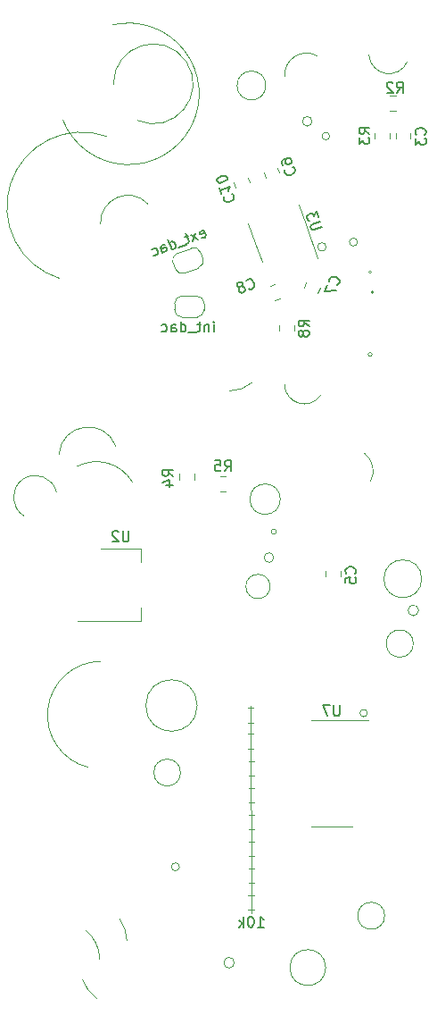
<source format=gbr>
G04 #@! TF.GenerationSoftware,KiCad,Pcbnew,(5.1.2-1)-1*
G04 #@! TF.CreationDate,2023-08-23T14:56:14-04:00*
G04 #@! TF.ProjectId,ESP32_AudioBoard_Rev2,45535033-325f-4417-9564-696f426f6172,rev?*
G04 #@! TF.SameCoordinates,Original*
G04 #@! TF.FileFunction,Legend,Bot*
G04 #@! TF.FilePolarity,Positive*
%FSLAX46Y46*%
G04 Gerber Fmt 4.6, Leading zero omitted, Abs format (unit mm)*
G04 Created by KiCad (PCBNEW (5.1.2-1)-1) date 2023-08-23 14:56:14*
%MOMM*%
%LPD*%
G04 APERTURE LIST*
%ADD10C,0.120000*%
%ADD11C,0.150000*%
G04 APERTURE END LIST*
D10*
X46950000Y-57130000D02*
G75*
G03X46950000Y-57130000I-180000J0D01*
G01*
X47123417Y-51240000D02*
G75*
G03X47123417Y-51240000I-133417J0D01*
G01*
X46877279Y-49310000D02*
G75*
G03X46877279Y-49310000I-127279J0D01*
G01*
X45570789Y-46470000D02*
G75*
G03X45570789Y-46470000I-380789J0D01*
G01*
X30350738Y-90390000D02*
G75*
G03X30350738Y-90390000I-2440738J0D01*
G01*
X37870000Y-73930000D02*
G75*
G03X37870000Y-73930000I-250000J0D01*
G01*
X37622769Y-76370000D02*
G75*
G03X37622769Y-76370000I-452769J0D01*
G01*
X37271086Y-79110000D02*
G75*
G03X37271086Y-79110000I-1151086J0D01*
G01*
X38243468Y-70840000D02*
G75*
G03X38243468Y-70840000I-1443468J0D01*
G01*
X48150000Y-110310000D02*
G75*
G03X48150000Y-110310000I-1280000J0D01*
G01*
X51663544Y-78380000D02*
G75*
G03X51663544Y-78380000I-1793544J0D01*
G01*
X51370000Y-81380000D02*
G75*
G03X51370000Y-81380000I-500000J0D01*
G01*
X50870000Y-84520000D02*
G75*
G03X50870000Y-84520000I-1290000J0D01*
G01*
X42550970Y-115220000D02*
G75*
G03X42550970Y-115220000I-1700970J0D01*
G01*
X33880000Y-114760000D02*
G75*
G03X33880000Y-114760000I-500000J0D01*
G01*
X28668550Y-105670000D02*
G75*
G03X28668550Y-105670000I-378550J0D01*
G01*
X28768109Y-96740000D02*
G75*
G03X28768109Y-96740000I-1268109J0D01*
G01*
X42918050Y-36440000D02*
G75*
G03X42918050Y-36440000I-358050J0D01*
G01*
X41248219Y-35030000D02*
G75*
G03X41248219Y-35030000I-448219J0D01*
G01*
X36864881Y-31640000D02*
G75*
G03X36864881Y-31640000I-1364881J0D01*
G01*
X50310742Y-29361332D02*
G75*
G02X46660001Y-28749999I-1750742J751332D01*
G01*
X38656728Y-30824759D02*
G75*
G02X41719999Y-28820001I2073272J174759D01*
G01*
X35572012Y-59778561D02*
G75*
G02X33450000Y-60580000I-2122012J2408561D01*
G01*
X42087288Y-60990959D02*
G75*
G02X38640000Y-59920000I-1557288J1070959D01*
G01*
X46239586Y-66494931D02*
G75*
G02X46789999Y-69189999I-1279586J-1665069D01*
G01*
X20855062Y-118196720D02*
G75*
G02X19460001Y-116339999I2254938J3146720D01*
G01*
X19751158Y-111684491D02*
G75*
G02X21100000Y-114460000I-2181158J-2775509D01*
G01*
X22990776Y-110622847D02*
G75*
G02X23689999Y-112690001I-3060776J-2187153D01*
G01*
X19965153Y-96238912D02*
G75*
G02X21150001Y-86200001I1274847J4938912D01*
G01*
X18945073Y-67736126D02*
G75*
G02X24189999Y-69210001I1844927J-3503874D01*
G01*
X13916021Y-72427623D02*
G75*
G02X16999999Y-70190001I1063979J1777623D01*
G01*
X17228770Y-66596996D02*
G75*
G02X22619999Y-65810001I2781230J-193004D01*
G01*
X21178460Y-44740464D02*
G75*
G02X25669999Y-42860001I2601540J90464D01*
G01*
X17265714Y-49907840D02*
G75*
G02X21709999Y-36450001I2104286J6767840D01*
G01*
X22323978Y-25893863D02*
G75*
G02X17590001Y-34889999I1506022J-6536137D01*
G01*
X22405161Y-31527783D02*
G75*
G02X24670001Y-34939999I3774839J47783D01*
G01*
D11*
X30779184Y-46073021D02*
X30884965Y-46085195D01*
X31063954Y-46020048D01*
X31137162Y-45942728D01*
X31149336Y-45836946D01*
X31019043Y-45478968D01*
X30941722Y-45405760D01*
X30835941Y-45393586D01*
X30656952Y-45458733D01*
X30583744Y-45536054D01*
X30571570Y-45641835D01*
X30604144Y-45731329D01*
X31084190Y-45657957D01*
X30437493Y-46248062D02*
X29717259Y-45800753D01*
X30209479Y-45621600D02*
X29945273Y-46427215D01*
X29493523Y-45882187D02*
X29135545Y-46012480D01*
X29245274Y-45617816D02*
X29538435Y-46423267D01*
X29526261Y-46529048D01*
X29453053Y-46606368D01*
X29363558Y-46638942D01*
X29306637Y-46761010D02*
X28590681Y-47021596D01*
X27931646Y-47160115D02*
X27589626Y-46220423D01*
X27915359Y-47115368D02*
X28021140Y-47127542D01*
X28200129Y-47062395D01*
X28273337Y-46985075D01*
X28301798Y-46924041D01*
X28313972Y-46818260D01*
X28216252Y-46549776D01*
X28138931Y-46476568D01*
X28077897Y-46448107D01*
X27972116Y-46435934D01*
X27793127Y-46501080D01*
X27719919Y-46578401D01*
X27081448Y-47469562D02*
X26902294Y-46977342D01*
X26914468Y-46871561D01*
X26987676Y-46794240D01*
X27166665Y-46729094D01*
X27272446Y-46741268D01*
X27065161Y-47424815D02*
X27170942Y-47436989D01*
X27394679Y-47355555D01*
X27467886Y-47278235D01*
X27480060Y-47172454D01*
X27447487Y-47082959D01*
X27370166Y-47009751D01*
X27264385Y-46997577D01*
X27040649Y-47079011D01*
X26934868Y-47066837D01*
X26214963Y-47734262D02*
X26320744Y-47746436D01*
X26499733Y-47681289D01*
X26572941Y-47603968D01*
X26601402Y-47542934D01*
X26613576Y-47437153D01*
X26515855Y-47168670D01*
X26438535Y-47095462D01*
X26377501Y-47067001D01*
X26271720Y-47054827D01*
X26092731Y-47119974D01*
X26019523Y-47197294D01*
X31942380Y-54982380D02*
X31942380Y-54315714D01*
X31942380Y-53982380D02*
X31990000Y-54030000D01*
X31942380Y-54077619D01*
X31894761Y-54030000D01*
X31942380Y-53982380D01*
X31942380Y-54077619D01*
X31466190Y-54315714D02*
X31466190Y-54982380D01*
X31466190Y-54410952D02*
X31418571Y-54363333D01*
X31323333Y-54315714D01*
X31180476Y-54315714D01*
X31085238Y-54363333D01*
X31037619Y-54458571D01*
X31037619Y-54982380D01*
X30704285Y-54315714D02*
X30323333Y-54315714D01*
X30561428Y-53982380D02*
X30561428Y-54839523D01*
X30513809Y-54934761D01*
X30418571Y-54982380D01*
X30323333Y-54982380D01*
X30228095Y-55077619D02*
X29466190Y-55077619D01*
X28799523Y-54982380D02*
X28799523Y-53982380D01*
X28799523Y-54934761D02*
X28894761Y-54982380D01*
X29085238Y-54982380D01*
X29180476Y-54934761D01*
X29228095Y-54887142D01*
X29275714Y-54791904D01*
X29275714Y-54506190D01*
X29228095Y-54410952D01*
X29180476Y-54363333D01*
X29085238Y-54315714D01*
X28894761Y-54315714D01*
X28799523Y-54363333D01*
X27894761Y-54982380D02*
X27894761Y-54458571D01*
X27942380Y-54363333D01*
X28037619Y-54315714D01*
X28228095Y-54315714D01*
X28323333Y-54363333D01*
X27894761Y-54934761D02*
X27990000Y-54982380D01*
X28228095Y-54982380D01*
X28323333Y-54934761D01*
X28370952Y-54839523D01*
X28370952Y-54744285D01*
X28323333Y-54649047D01*
X28228095Y-54601428D01*
X27990000Y-54601428D01*
X27894761Y-54553809D01*
X26990000Y-54934761D02*
X27085238Y-54982380D01*
X27275714Y-54982380D01*
X27370952Y-54934761D01*
X27418571Y-54887142D01*
X27466190Y-54791904D01*
X27466190Y-54506190D01*
X27418571Y-54410952D01*
X27370952Y-54363333D01*
X27275714Y-54315714D01*
X27085238Y-54315714D01*
X26990000Y-54363333D01*
D10*
X42591622Y-46940000D02*
G75*
G03X42591622Y-46940000I-401622J0D01*
G01*
X35510000Y-110080000D02*
X35390000Y-90400000D01*
D11*
X36105238Y-111382380D02*
X36676666Y-111382380D01*
X36390952Y-111382380D02*
X36390952Y-110382380D01*
X36486190Y-110525238D01*
X36581428Y-110620476D01*
X36676666Y-110668095D01*
X35486190Y-110382380D02*
X35390952Y-110382380D01*
X35295714Y-110430000D01*
X35248095Y-110477619D01*
X35200476Y-110572857D01*
X35152857Y-110763333D01*
X35152857Y-111001428D01*
X35200476Y-111191904D01*
X35248095Y-111287142D01*
X35295714Y-111334761D01*
X35390952Y-111382380D01*
X35486190Y-111382380D01*
X35581428Y-111334761D01*
X35629047Y-111287142D01*
X35676666Y-111191904D01*
X35724285Y-111001428D01*
X35724285Y-110763333D01*
X35676666Y-110572857D01*
X35629047Y-110477619D01*
X35581428Y-110430000D01*
X35486190Y-110382380D01*
X34724285Y-111382380D02*
X34724285Y-110382380D01*
X34629047Y-111001428D02*
X34343333Y-111382380D01*
X34343333Y-110715714D02*
X34724285Y-111096666D01*
D10*
X46508281Y-91110000D02*
G75*
G03X46508281Y-91110000I-348281J0D01*
G01*
X41985967Y-50780522D02*
X41807260Y-51271515D01*
X40651604Y-50294853D02*
X40472897Y-50785846D01*
X38160000Y-54901252D02*
X38160000Y-54378748D01*
X39580000Y-54901252D02*
X39580000Y-54378748D01*
X29775765Y-47040893D02*
X28460195Y-47519721D01*
X28041824Y-48416920D02*
X28247036Y-48980736D01*
X29144235Y-49399107D02*
X30459805Y-48920279D01*
X30878176Y-48023080D02*
X30672964Y-47459264D01*
X30672964Y-47459264D02*
G75*
G03X29775765Y-47040893I-657785J-239414D01*
G01*
X30459805Y-48920279D02*
G75*
G03X30878176Y-48023080I-239414J657785D01*
G01*
X28247036Y-48980736D02*
G75*
G03X29144235Y-49399107I657785J239414D01*
G01*
X28460195Y-47519721D02*
G75*
G03X28041824Y-48416920I239414J-657785D01*
G01*
X38228331Y-51797828D02*
X37737338Y-51976535D01*
X37742662Y-50463465D02*
X37251669Y-50642172D01*
X28910000Y-53590000D02*
X30310000Y-53590000D01*
X31010000Y-52890000D02*
X31010000Y-52290000D01*
X30310000Y-51590000D02*
X28910000Y-51590000D01*
X28210000Y-52290000D02*
X28210000Y-52890000D01*
X28210000Y-52890000D02*
G75*
G03X28910000Y-53590000I700000J0D01*
G01*
X28910000Y-51590000D02*
G75*
G03X28210000Y-52290000I0J-700000D01*
G01*
X31010000Y-52290000D02*
G75*
G03X30310000Y-51590000I-700000J0D01*
G01*
X30310000Y-53590000D02*
G75*
G03X31010000Y-52890000I0J700000D01*
G01*
X36832740Y-40401515D02*
X36654033Y-39910522D01*
X38167103Y-39915846D02*
X37988396Y-39424853D01*
X33992172Y-41328331D02*
X33813465Y-40837338D01*
X35326535Y-40842662D02*
X35147828Y-40351669D01*
X33041252Y-70080000D02*
X32518748Y-70080000D01*
X33041252Y-68660000D02*
X32518748Y-68660000D01*
X40632978Y-44796058D02*
X41812948Y-48037998D01*
X40632978Y-44796058D02*
X39966039Y-42963658D01*
X35821752Y-46547202D02*
X36488691Y-48379602D01*
X35821752Y-46547202D02*
X35154813Y-44714801D01*
X48630000Y-36118748D02*
X48630000Y-36641252D01*
X47210000Y-36118748D02*
X47210000Y-36641252D01*
X43120000Y-91770000D02*
X46570000Y-91770000D01*
X43120000Y-91770000D02*
X41170000Y-91770000D01*
X43120000Y-101890000D02*
X45070000Y-101890000D01*
X43120000Y-101890000D02*
X41170000Y-101890000D01*
X18960000Y-82360000D02*
X24970000Y-82360000D01*
X21210000Y-75540000D02*
X24970000Y-75540000D01*
X24970000Y-82360000D02*
X24970000Y-81100000D01*
X24970000Y-75540000D02*
X24970000Y-76800000D01*
X35701252Y-92020000D02*
X35178748Y-92020000D01*
X35701252Y-90600000D02*
X35178748Y-90600000D01*
X35701252Y-94510000D02*
X35178748Y-94510000D01*
X35701252Y-93090000D02*
X35178748Y-93090000D01*
X35761252Y-97070000D02*
X35238748Y-97070000D01*
X35761252Y-95650000D02*
X35238748Y-95650000D01*
X35751252Y-99600000D02*
X35228748Y-99600000D01*
X35751252Y-98180000D02*
X35228748Y-98180000D01*
X35741252Y-102150000D02*
X35218748Y-102150000D01*
X35741252Y-100730000D02*
X35218748Y-100730000D01*
X35751252Y-104690000D02*
X35228748Y-104690000D01*
X35751252Y-103270000D02*
X35228748Y-103270000D01*
X35741252Y-107220000D02*
X35218748Y-107220000D01*
X35741252Y-105800000D02*
X35218748Y-105800000D01*
X35731252Y-109770000D02*
X35208748Y-109770000D01*
X35731252Y-108350000D02*
X35208748Y-108350000D01*
X28649998Y-68966253D02*
X28649998Y-68443749D01*
X30069998Y-68966253D02*
X30069998Y-68443749D01*
X48668748Y-32640000D02*
X49191252Y-32640000D01*
X48668748Y-34060000D02*
X49191252Y-34060000D01*
X43970000Y-77618748D02*
X43970000Y-78141252D01*
X42550000Y-77618748D02*
X42550000Y-78141252D01*
X50610000Y-36123752D02*
X50610000Y-36646256D01*
X49190000Y-36123752D02*
X49190000Y-36646256D01*
D11*
X43672607Y-50515534D02*
X43733641Y-50487074D01*
X43827249Y-50369118D01*
X43859822Y-50279624D01*
X43863935Y-50129095D01*
X43807014Y-50007027D01*
X43733806Y-49929707D01*
X43571103Y-49819813D01*
X43436861Y-49770953D01*
X43241586Y-49750553D01*
X43135804Y-49762727D01*
X43013737Y-49819649D01*
X42920129Y-49937604D01*
X42887556Y-50027098D01*
X42883443Y-50177627D01*
X42911904Y-50238661D01*
X42708403Y-50519318D02*
X42480389Y-51145780D01*
X43566662Y-51085075D01*
X40972380Y-54473333D02*
X40496190Y-54140000D01*
X40972380Y-53901904D02*
X39972380Y-53901904D01*
X39972380Y-54282857D01*
X40020000Y-54378095D01*
X40067619Y-54425714D01*
X40162857Y-54473333D01*
X40305714Y-54473333D01*
X40400952Y-54425714D01*
X40448571Y-54378095D01*
X40496190Y-54282857D01*
X40496190Y-53901904D01*
X40400952Y-55044761D02*
X40353333Y-54949523D01*
X40305714Y-54901904D01*
X40210476Y-54854285D01*
X40162857Y-54854285D01*
X40067619Y-54901904D01*
X40020000Y-54949523D01*
X39972380Y-55044761D01*
X39972380Y-55235238D01*
X40020000Y-55330476D01*
X40067619Y-55378095D01*
X40162857Y-55425714D01*
X40210476Y-55425714D01*
X40305714Y-55378095D01*
X40353333Y-55330476D01*
X40400952Y-55235238D01*
X40400952Y-55044761D01*
X40448571Y-54949523D01*
X40496190Y-54901904D01*
X40591428Y-54854285D01*
X40781904Y-54854285D01*
X40877142Y-54901904D01*
X40924761Y-54949523D01*
X40972380Y-55044761D01*
X40972380Y-55235238D01*
X40924761Y-55330476D01*
X40877142Y-55378095D01*
X40781904Y-55425714D01*
X40591428Y-55425714D01*
X40496190Y-55378095D01*
X40448571Y-55330476D01*
X40400952Y-55235238D01*
X35288765Y-50918601D02*
X35349799Y-50947061D01*
X35500327Y-50942948D01*
X35589822Y-50910375D01*
X35707777Y-50816768D01*
X35764698Y-50694700D01*
X35776872Y-50588919D01*
X35756473Y-50393643D01*
X35707613Y-50259401D01*
X35597719Y-50096699D01*
X35520398Y-50023491D01*
X35398330Y-49966570D01*
X35247802Y-49970683D01*
X35158307Y-50003256D01*
X35040352Y-50096863D01*
X35011892Y-50157897D01*
X34588931Y-50666568D02*
X34662139Y-50589247D01*
X34690599Y-50528213D01*
X34702773Y-50422432D01*
X34686487Y-50377685D01*
X34609166Y-50304477D01*
X34548132Y-50276017D01*
X34442351Y-50263843D01*
X34263362Y-50328989D01*
X34190154Y-50406310D01*
X34161693Y-50467344D01*
X34149520Y-50573125D01*
X34165806Y-50617872D01*
X34243127Y-50691080D01*
X34304161Y-50719541D01*
X34409942Y-50731715D01*
X34588931Y-50666568D01*
X34694712Y-50678742D01*
X34755746Y-50707203D01*
X34833067Y-50780410D01*
X34898213Y-50959400D01*
X34886040Y-51065181D01*
X34857579Y-51126215D01*
X34784371Y-51203535D01*
X34605382Y-51268682D01*
X34499601Y-51256508D01*
X34438567Y-51228047D01*
X34361246Y-51154840D01*
X34296100Y-50975851D01*
X34308274Y-50870069D01*
X34336734Y-50809035D01*
X34409942Y-50731715D01*
X38682459Y-39627616D02*
X38653999Y-39688650D01*
X38658112Y-39839178D01*
X38690685Y-39928673D01*
X38784292Y-40046628D01*
X38906360Y-40103549D01*
X39012141Y-40115723D01*
X39207417Y-40095324D01*
X39341659Y-40046464D01*
X39504361Y-39936570D01*
X39577569Y-39859249D01*
X39634490Y-39737181D01*
X39630377Y-39586653D01*
X39597804Y-39497158D01*
X39504197Y-39379203D01*
X39443163Y-39350743D01*
X38430098Y-39212717D02*
X38364951Y-39033728D01*
X38377125Y-38927946D01*
X38405586Y-38866912D01*
X38507254Y-38728558D01*
X38669957Y-38618664D01*
X39027935Y-38488371D01*
X39133716Y-38500544D01*
X39194750Y-38529005D01*
X39272071Y-38602213D01*
X39337217Y-38781202D01*
X39325043Y-38886983D01*
X39296583Y-38948017D01*
X39223375Y-39025338D01*
X38999639Y-39106771D01*
X38893857Y-39094597D01*
X38832823Y-39066137D01*
X38755503Y-38992929D01*
X38690356Y-38813940D01*
X38702530Y-38708158D01*
X38730991Y-38647125D01*
X38804199Y-38569804D01*
X32884265Y-42196238D02*
X32855804Y-42257272D01*
X32859917Y-42407800D01*
X32892491Y-42497295D01*
X32986098Y-42615250D01*
X33108166Y-42672171D01*
X33213947Y-42684345D01*
X33409223Y-42663945D01*
X33543465Y-42615085D01*
X33706167Y-42505191D01*
X33779375Y-42427871D01*
X33836296Y-42305803D01*
X33832183Y-42155274D01*
X33799610Y-42065780D01*
X33706003Y-41947825D01*
X33644969Y-41919364D01*
X32469037Y-41333866D02*
X32664477Y-41870833D01*
X32566757Y-41602349D02*
X33506450Y-41260329D01*
X33404781Y-41398684D01*
X33347860Y-41520752D01*
X33335686Y-41626533D01*
X33197003Y-40410131D02*
X33164430Y-40320637D01*
X33087109Y-40247429D01*
X33026075Y-40218968D01*
X32920294Y-40206794D01*
X32725018Y-40227194D01*
X32501282Y-40308627D01*
X32338579Y-40418521D01*
X32265371Y-40495841D01*
X32236911Y-40556875D01*
X32224737Y-40662657D01*
X32257310Y-40752151D01*
X32334631Y-40825359D01*
X32395665Y-40853820D01*
X32501446Y-40865994D01*
X32696722Y-40845594D01*
X32920458Y-40764161D01*
X33083161Y-40654267D01*
X33156368Y-40576946D01*
X33184829Y-40515912D01*
X33197003Y-40410131D01*
X32946666Y-68172380D02*
X33280000Y-67696190D01*
X33518095Y-68172380D02*
X33518095Y-67172380D01*
X33137142Y-67172380D01*
X33041904Y-67220000D01*
X32994285Y-67267619D01*
X32946666Y-67362857D01*
X32946666Y-67505714D01*
X32994285Y-67600952D01*
X33041904Y-67648571D01*
X33137142Y-67696190D01*
X33518095Y-67696190D01*
X32041904Y-67172380D02*
X32518095Y-67172380D01*
X32565714Y-67648571D01*
X32518095Y-67600952D01*
X32422857Y-67553333D01*
X32184761Y-67553333D01*
X32089523Y-67600952D01*
X32041904Y-67648571D01*
X31994285Y-67743809D01*
X31994285Y-67981904D01*
X32041904Y-68077142D01*
X32089523Y-68124761D01*
X32184761Y-68172380D01*
X32422857Y-68172380D01*
X32518095Y-68124761D01*
X32565714Y-68077142D01*
X42197500Y-45037421D02*
X41436796Y-45314294D01*
X41331015Y-45302121D01*
X41269981Y-45273660D01*
X41192661Y-45200452D01*
X41127514Y-45021463D01*
X41139688Y-44915682D01*
X41168148Y-44854648D01*
X41241356Y-44777327D01*
X42002060Y-44500454D01*
X41871766Y-44142476D02*
X41660040Y-43560761D01*
X41416068Y-44004285D01*
X41367208Y-43870044D01*
X41289888Y-43796836D01*
X41228854Y-43768375D01*
X41123072Y-43756201D01*
X40899336Y-43837635D01*
X40826128Y-43914955D01*
X40797668Y-43975989D01*
X40785494Y-44081770D01*
X40883214Y-44350254D01*
X40960534Y-44423462D01*
X41021568Y-44451922D01*
X46722380Y-36213332D02*
X46246190Y-35879999D01*
X46722380Y-35641903D02*
X45722380Y-35641903D01*
X45722380Y-36022856D01*
X45770000Y-36118094D01*
X45817619Y-36165713D01*
X45912857Y-36213332D01*
X46055714Y-36213332D01*
X46150952Y-36165713D01*
X46198571Y-36118094D01*
X46246190Y-36022856D01*
X46246190Y-35641903D01*
X45722380Y-36546665D02*
X45722380Y-37165713D01*
X46103333Y-36832379D01*
X46103333Y-36975237D01*
X46150952Y-37070475D01*
X46198571Y-37118094D01*
X46293809Y-37165713D01*
X46531904Y-37165713D01*
X46627142Y-37118094D01*
X46674761Y-37070475D01*
X46722380Y-36975237D01*
X46722380Y-36689522D01*
X46674761Y-36594284D01*
X46627142Y-36546665D01*
X43881904Y-90382380D02*
X43881904Y-91191904D01*
X43834285Y-91287142D01*
X43786666Y-91334761D01*
X43691428Y-91382380D01*
X43500952Y-91382380D01*
X43405714Y-91334761D01*
X43358095Y-91287142D01*
X43310476Y-91191904D01*
X43310476Y-90382380D01*
X42929523Y-90382380D02*
X42262857Y-90382380D01*
X42691428Y-91382380D01*
X23861904Y-73862380D02*
X23861904Y-74671904D01*
X23814285Y-74767142D01*
X23766666Y-74814761D01*
X23671428Y-74862380D01*
X23480952Y-74862380D01*
X23385714Y-74814761D01*
X23338095Y-74767142D01*
X23290476Y-74671904D01*
X23290476Y-73862380D01*
X22861904Y-73957619D02*
X22814285Y-73910000D01*
X22719047Y-73862380D01*
X22480952Y-73862380D01*
X22385714Y-73910000D01*
X22338095Y-73957619D01*
X22290476Y-74052857D01*
X22290476Y-74148095D01*
X22338095Y-74290952D01*
X22909523Y-74862380D01*
X22290476Y-74862380D01*
X28082380Y-68653333D02*
X27606190Y-68320000D01*
X28082380Y-68081904D02*
X27082380Y-68081904D01*
X27082380Y-68462857D01*
X27130000Y-68558095D01*
X27177619Y-68605714D01*
X27272857Y-68653333D01*
X27415714Y-68653333D01*
X27510952Y-68605714D01*
X27558571Y-68558095D01*
X27606190Y-68462857D01*
X27606190Y-68081904D01*
X27415714Y-69510476D02*
X28082380Y-69510476D01*
X27034761Y-69272380D02*
X27749047Y-69034285D01*
X27749047Y-69653333D01*
X49296666Y-32322380D02*
X49630000Y-31846190D01*
X49868095Y-32322380D02*
X49868095Y-31322380D01*
X49487142Y-31322380D01*
X49391904Y-31370000D01*
X49344285Y-31417619D01*
X49296666Y-31512857D01*
X49296666Y-31655714D01*
X49344285Y-31750952D01*
X49391904Y-31798571D01*
X49487142Y-31846190D01*
X49868095Y-31846190D01*
X48915714Y-31417619D02*
X48868095Y-31370000D01*
X48772857Y-31322380D01*
X48534761Y-31322380D01*
X48439523Y-31370000D01*
X48391904Y-31417619D01*
X48344285Y-31512857D01*
X48344285Y-31608095D01*
X48391904Y-31750952D01*
X48963333Y-32322380D01*
X48344285Y-32322380D01*
X45327142Y-77873333D02*
X45374761Y-77825714D01*
X45422380Y-77682857D01*
X45422380Y-77587619D01*
X45374761Y-77444761D01*
X45279523Y-77349523D01*
X45184285Y-77301904D01*
X44993809Y-77254285D01*
X44850952Y-77254285D01*
X44660476Y-77301904D01*
X44565238Y-77349523D01*
X44470000Y-77444761D01*
X44422380Y-77587619D01*
X44422380Y-77682857D01*
X44470000Y-77825714D01*
X44517619Y-77873333D01*
X44422380Y-78778095D02*
X44422380Y-78301904D01*
X44898571Y-78254285D01*
X44850952Y-78301904D01*
X44803333Y-78397142D01*
X44803333Y-78635238D01*
X44850952Y-78730476D01*
X44898571Y-78778095D01*
X44993809Y-78825714D01*
X45231904Y-78825714D01*
X45327142Y-78778095D01*
X45374761Y-78730476D01*
X45422380Y-78635238D01*
X45422380Y-78397142D01*
X45374761Y-78301904D01*
X45327142Y-78254285D01*
X51967142Y-36293333D02*
X52014761Y-36245714D01*
X52062380Y-36102857D01*
X52062380Y-36007619D01*
X52014761Y-35864761D01*
X51919523Y-35769523D01*
X51824285Y-35721904D01*
X51633809Y-35674285D01*
X51490952Y-35674285D01*
X51300476Y-35721904D01*
X51205238Y-35769523D01*
X51110000Y-35864761D01*
X51062380Y-36007619D01*
X51062380Y-36102857D01*
X51110000Y-36245714D01*
X51157619Y-36293333D01*
X51062380Y-36626666D02*
X51062380Y-37245714D01*
X51443333Y-36912380D01*
X51443333Y-37055238D01*
X51490952Y-37150476D01*
X51538571Y-37198095D01*
X51633809Y-37245714D01*
X51871904Y-37245714D01*
X51967142Y-37198095D01*
X52014761Y-37150476D01*
X52062380Y-37055238D01*
X52062380Y-36769523D01*
X52014761Y-36674285D01*
X51967142Y-36626666D01*
M02*

</source>
